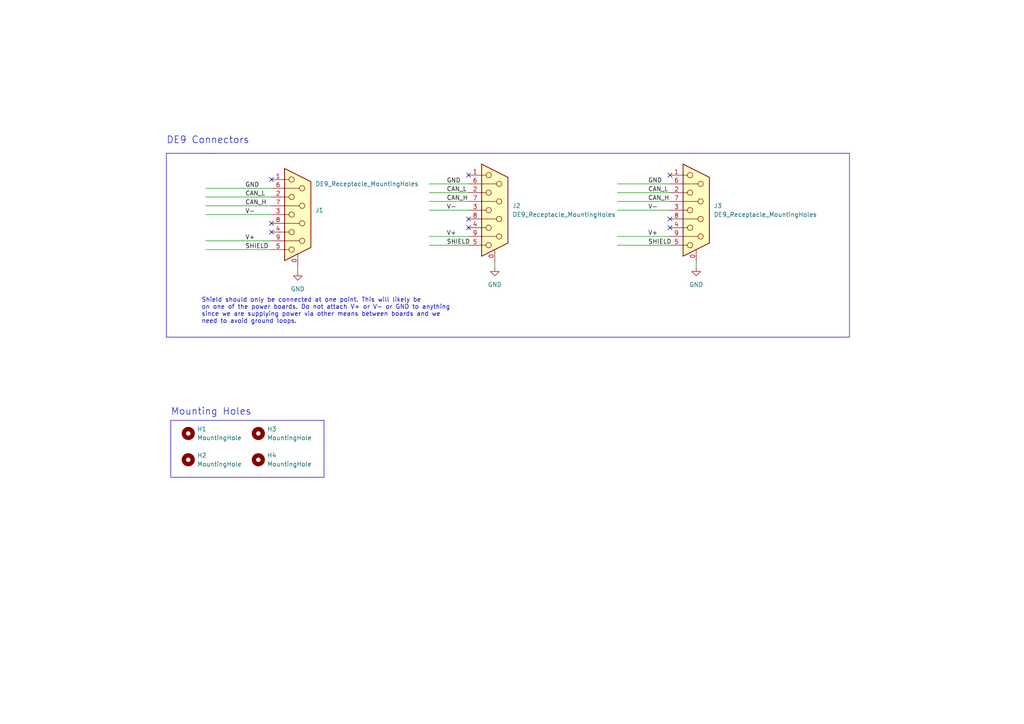
<source format=kicad_sch>
(kicad_sch (version 20230121) (generator eeschema)

  (uuid e5044918-d848-498d-9ee6-eaf453c7bb60)

  (paper "A4")

  (title_block
    (title "CAN Bus Breakout Board")
    (date "January 13, 2024")
    (company "Kaitlyn Chalupiak - ECOCAR")
  )

  (lib_symbols
    (symbol "Connector:DE9_Receptacle_MountingHoles" (pin_names (offset 1.016) hide) (in_bom yes) (on_board yes)
      (property "Reference" "J3" (at 5.08 1.27 0)
        (effects (font (size 1.27 1.27)) (justify left))
      )
      (property "Value" "DE9_Receptacle_MountingHoles" (at 5.08 -1.27 0)
        (effects (font (size 1.27 1.27)) (justify left))
      )
      (property "Footprint" "Connector_Dsub:DSUB-9_Female_Horizontal_P2.77x2.84mm_EdgePinOffset7.70mm_Housed_MountingHolesOffset9.12mm" (at 0 1.27 0)
        (effects (font (size 1.27 1.27)) hide)
      )
      (property "Datasheet" " ~" (at 0 0 0)
        (effects (font (size 1.27 1.27)) hide)
      )
      (property "ki_keywords" "connector receptacle female D-SUB DB9" (at 0 0 0)
        (effects (font (size 1.27 1.27)) hide)
      )
      (property "ki_description" "9-pin female receptacle socket D-SUB connector, Mounting Hole" (at 0 0 0)
        (effects (font (size 1.27 1.27)) hide)
      )
      (property "ki_fp_filters" "DSUB*Female*" (at 0 0 0)
        (effects (font (size 1.27 1.27)) hide)
      )
      (symbol "DE9_Receptacle_MountingHoles_0_1"
        (circle (center -1.778 -10.16) (radius 0.762)
          (stroke (width 0) (type default))
          (fill (type none))
        )
        (circle (center -1.778 -5.08) (radius 0.762)
          (stroke (width 0) (type default))
          (fill (type none))
        )
        (circle (center -1.778 0) (radius 0.762)
          (stroke (width 0) (type default))
          (fill (type none))
        )
        (circle (center -1.778 5.08) (radius 0.762)
          (stroke (width 0) (type default))
          (fill (type none))
        )
        (circle (center -1.778 10.16) (radius 0.762)
          (stroke (width 0) (type default))
          (fill (type none))
        )
        (polyline
          (pts
            (xy -3.81 -10.16)
            (xy -2.54 -10.16)
          )
          (stroke (width 0) (type default))
          (fill (type none))
        )
        (polyline
          (pts
            (xy -3.81 -7.62)
            (xy 0.508 -7.62)
          )
          (stroke (width 0) (type default))
          (fill (type none))
        )
        (polyline
          (pts
            (xy -3.81 -5.08)
            (xy -2.54 -5.08)
          )
          (stroke (width 0) (type default))
          (fill (type none))
        )
        (polyline
          (pts
            (xy -3.81 -2.54)
            (xy 0.508 -2.54)
          )
          (stroke (width 0) (type default))
          (fill (type none))
        )
        (polyline
          (pts
            (xy -3.81 0)
            (xy -2.54 0)
          )
          (stroke (width 0) (type default))
          (fill (type none))
        )
        (polyline
          (pts
            (xy -3.81 2.54)
            (xy 0.508 2.54)
          )
          (stroke (width 0) (type default))
          (fill (type none))
        )
        (polyline
          (pts
            (xy -3.81 5.08)
            (xy -2.54 5.08)
          )
          (stroke (width 0) (type default))
          (fill (type none))
        )
        (polyline
          (pts
            (xy -3.81 7.62)
            (xy 0.508 7.62)
          )
          (stroke (width 0) (type default))
          (fill (type none))
        )
        (polyline
          (pts
            (xy -3.81 10.16)
            (xy -2.54 10.16)
          )
          (stroke (width 0) (type default))
          (fill (type none))
        )
        (polyline
          (pts
            (xy -3.81 13.335)
            (xy -3.81 -13.335)
            (xy 3.81 -9.525)
            (xy 3.81 9.525)
            (xy -3.81 13.335)
          )
          (stroke (width 0.254) (type default))
          (fill (type background))
        )
        (circle (center 1.27 -7.62) (radius 0.762)
          (stroke (width 0) (type default))
          (fill (type none))
        )
        (circle (center 1.27 -2.54) (radius 0.762)
          (stroke (width 0) (type default))
          (fill (type none))
        )
        (circle (center 1.27 2.54) (radius 0.762)
          (stroke (width 0) (type default))
          (fill (type none))
        )
        (circle (center 1.27 7.62) (radius 0.762)
          (stroke (width 0) (type default))
          (fill (type none))
        )
      )
      (symbol "DE9_Receptacle_MountingHoles_1_1"
        (pin power_out line (at 0 -15.24 90) (length 3.81)
          (name "PAD" (effects (font (size 1.27 1.27))))
          (number "0" (effects (font (size 1.27 1.27))))
        )
        (pin passive line (at -7.62 10.16 0) (length 3.81)
          (name "1" (effects (font (size 1.27 1.27))))
          (number "1" (effects (font (size 1.27 1.27))))
        )
        (pin passive line (at -7.62 5.08 0) (length 3.81)
          (name "2" (effects (font (size 1.27 1.27))))
          (number "2" (effects (font (size 1.27 1.27))))
        )
        (pin passive line (at -7.62 0 0) (length 3.81)
          (name "3" (effects (font (size 1.27 1.27))))
          (number "3" (effects (font (size 1.27 1.27))))
        )
        (pin passive line (at -7.62 -5.08 0) (length 3.81)
          (name "4" (effects (font (size 1.27 1.27))))
          (number "4" (effects (font (size 1.27 1.27))))
        )
        (pin passive line (at -7.62 -10.16 0) (length 3.81)
          (name "5" (effects (font (size 1.27 1.27))))
          (number "5" (effects (font (size 1.27 1.27))))
        )
        (pin passive line (at -7.62 7.62 0) (length 3.81)
          (name "6" (effects (font (size 1.27 1.27))))
          (number "6" (effects (font (size 1.27 1.27))))
        )
        (pin passive line (at -7.62 2.54 0) (length 3.81)
          (name "7" (effects (font (size 1.27 1.27))))
          (number "7" (effects (font (size 1.27 1.27))))
        )
        (pin passive line (at -7.62 -2.54 0) (length 3.81)
          (name "8" (effects (font (size 1.27 1.27))))
          (number "8" (effects (font (size 1.27 1.27))))
        )
        (pin passive line (at -7.62 -7.62 0) (length 3.81)
          (name "9" (effects (font (size 1.27 1.27))))
          (number "9" (effects (font (size 1.27 1.27))))
        )
      )
    )
    (symbol "DE9_Receptacle_MountingHoles_1" (pin_names (offset 1.016) hide) (in_bom yes) (on_board yes)
      (property "Reference" "J1" (at 5.08 1.27 0)
        (effects (font (size 1.27 1.27)) (justify left))
      )
      (property "Value" "DE9_Receptacle_MountingHoles" (at 5.08 8.89 0)
        (effects (font (size 1.27 1.27)) (justify left))
      )
      (property "Footprint" "Connector_Dsub:DSUB-9_Female_Horizontal_P2.77x2.84mm_EdgePinOffset7.70mm_Housed_MountingHolesOffset9.12mm" (at 2.54 8.89 0)
        (effects (font (size 1.27 1.27)) hide)
      )
      (property "Datasheet" " ~" (at 0 0 0)
        (effects (font (size 1.27 1.27)) hide)
      )
      (property "ki_keywords" "connector receptacle female D-SUB DB9" (at 0 0 0)
        (effects (font (size 1.27 1.27)) hide)
      )
      (property "ki_description" "9-pin female receptacle socket D-SUB connector, Mounting Hole" (at 0 0 0)
        (effects (font (size 1.27 1.27)) hide)
      )
      (property "ki_fp_filters" "DSUB*Female*" (at 0 0 0)
        (effects (font (size 1.27 1.27)) hide)
      )
      (symbol "DE9_Receptacle_MountingHoles_1_0_1"
        (circle (center -1.778 -10.16) (radius 0.762)
          (stroke (width 0) (type default))
          (fill (type none))
        )
        (circle (center -1.778 -5.08) (radius 0.762)
          (stroke (width 0) (type default))
          (fill (type none))
        )
        (circle (center -1.778 0) (radius 0.762)
          (stroke (width 0) (type default))
          (fill (type none))
        )
        (circle (center -1.778 5.08) (radius 0.762)
          (stroke (width 0) (type default))
          (fill (type none))
        )
        (circle (center -1.778 10.16) (radius 0.762)
          (stroke (width 0) (type default))
          (fill (type none))
        )
        (polyline
          (pts
            (xy -3.81 -10.16)
            (xy -2.54 -10.16)
          )
          (stroke (width 0) (type default))
          (fill (type none))
        )
        (polyline
          (pts
            (xy -3.81 -7.62)
            (xy 0.508 -7.62)
          )
          (stroke (width 0) (type default))
          (fill (type none))
        )
        (polyline
          (pts
            (xy -3.81 -5.08)
            (xy -2.54 -5.08)
          )
          (stroke (width 0) (type default))
          (fill (type none))
        )
        (polyline
          (pts
            (xy -3.81 -2.54)
            (xy 0.508 -2.54)
          )
          (stroke (width 0) (type default))
          (fill (type none))
        )
        (polyline
          (pts
            (xy -3.81 0)
            (xy -2.54 0)
          )
          (stroke (width 0) (type default))
          (fill (type none))
        )
        (polyline
          (pts
            (xy -3.81 2.54)
            (xy 0.508 2.54)
          )
          (stroke (width 0) (type default))
          (fill (type none))
        )
        (polyline
          (pts
            (xy -3.81 5.08)
            (xy -2.54 5.08)
          )
          (stroke (width 0) (type default))
          (fill (type none))
        )
        (polyline
          (pts
            (xy -3.81 7.62)
            (xy 0.508 7.62)
          )
          (stroke (width 0) (type default))
          (fill (type none))
        )
        (polyline
          (pts
            (xy -3.81 10.16)
            (xy -2.54 10.16)
          )
          (stroke (width 0) (type default))
          (fill (type none))
        )
        (polyline
          (pts
            (xy -3.81 13.335)
            (xy -3.81 -13.335)
            (xy 3.81 -9.525)
            (xy 3.81 9.525)
            (xy -3.81 13.335)
          )
          (stroke (width 0.254) (type default))
          (fill (type background))
        )
        (circle (center 1.27 -7.62) (radius 0.762)
          (stroke (width 0) (type default))
          (fill (type none))
        )
        (circle (center 1.27 -2.54) (radius 0.762)
          (stroke (width 0) (type default))
          (fill (type none))
        )
        (circle (center 1.27 2.54) (radius 0.762)
          (stroke (width 0) (type default))
          (fill (type none))
        )
        (circle (center 1.27 7.62) (radius 0.762)
          (stroke (width 0) (type default))
          (fill (type none))
        )
      )
      (symbol "DE9_Receptacle_MountingHoles_1_1_1"
        (pin power_out line (at 0 -15.24 90) (length 3.81)
          (name "PAD" (effects (font (size 1.27 1.27))))
          (number "0" (effects (font (size 1.27 1.27))))
        )
        (pin passive line (at -7.62 10.16 0) (length 3.81)
          (name "1" (effects (font (size 1.27 1.27))))
          (number "1" (effects (font (size 1.27 1.27))))
        )
        (pin passive line (at -7.62 5.08 0) (length 3.81)
          (name "2" (effects (font (size 1.27 1.27))))
          (number "2" (effects (font (size 1.27 1.27))))
        )
        (pin passive line (at -7.62 0 0) (length 3.81)
          (name "3" (effects (font (size 1.27 1.27))))
          (number "3" (effects (font (size 1.27 1.27))))
        )
        (pin passive line (at -7.62 -5.08 0) (length 3.81)
          (name "4" (effects (font (size 1.27 1.27))))
          (number "4" (effects (font (size 1.27 1.27))))
        )
        (pin passive line (at -7.62 -10.16 0) (length 3.81)
          (name "5" (effects (font (size 1.27 1.27))))
          (number "5" (effects (font (size 1.27 1.27))))
        )
        (pin passive line (at -7.62 7.62 0) (length 3.81)
          (name "6" (effects (font (size 1.27 1.27))))
          (number "6" (effects (font (size 1.27 1.27))))
        )
        (pin passive line (at -7.62 2.54 0) (length 3.81)
          (name "7" (effects (font (size 1.27 1.27))))
          (number "7" (effects (font (size 1.27 1.27))))
        )
        (pin passive line (at -7.62 -2.54 0) (length 3.81)
          (name "8" (effects (font (size 1.27 1.27))))
          (number "8" (effects (font (size 1.27 1.27))))
        )
        (pin passive line (at -7.62 -7.62 0) (length 3.81)
          (name "9" (effects (font (size 1.27 1.27))))
          (number "9" (effects (font (size 1.27 1.27))))
        )
      )
    )
    (symbol "DE9_Receptacle_MountingHoles_2" (pin_names (offset 1.016) hide) (in_bom yes) (on_board yes)
      (property "Reference" "J2" (at 5.08 1.27 0)
        (effects (font (size 1.27 1.27)) (justify left))
      )
      (property "Value" "DE9_Receptacle_MountingHoles" (at 5.08 -1.27 0)
        (effects (font (size 1.27 1.27)) (justify left))
      )
      (property "Footprint" "Connector_Dsub:DSUB-9_Female_Horizontal_P2.77x2.84mm_EdgePinOffset7.70mm_Housed_MountingHolesOffset9.12mm" (at -1.27 6.35 0)
        (effects (font (size 1.27 1.27)) hide)
      )
      (property "Datasheet" " ~" (at 0 0 0)
        (effects (font (size 1.27 1.27)) hide)
      )
      (property "ki_keywords" "connector receptacle female D-SUB DB9" (at 0 0 0)
        (effects (font (size 1.27 1.27)) hide)
      )
      (property "ki_description" "9-pin female receptacle socket D-SUB connector, Mounting Hole" (at 0 0 0)
        (effects (font (size 1.27 1.27)) hide)
      )
      (property "ki_fp_filters" "DSUB*Female*" (at 0 0 0)
        (effects (font (size 1.27 1.27)) hide)
      )
      (symbol "DE9_Receptacle_MountingHoles_2_0_1"
        (circle (center -1.778 -10.16) (radius 0.762)
          (stroke (width 0) (type default))
          (fill (type none))
        )
        (circle (center -1.778 -5.08) (radius 0.762)
          (stroke (width 0) (type default))
          (fill (type none))
        )
        (circle (center -1.778 0) (radius 0.762)
          (stroke (width 0) (type default))
          (fill (type none))
        )
        (circle (center -1.778 5.08) (radius 0.762)
          (stroke (width 0) (type default))
          (fill (type none))
        )
        (circle (center -1.778 10.16) (radius 0.762)
          (stroke (width 0) (type default))
          (fill (type none))
        )
        (polyline
          (pts
            (xy -3.81 -10.16)
            (xy -2.54 -10.16)
          )
          (stroke (width 0) (type default))
          (fill (type none))
        )
        (polyline
          (pts
            (xy -3.81 -7.62)
            (xy 0.508 -7.62)
          )
          (stroke (width 0) (type default))
          (fill (type none))
        )
        (polyline
          (pts
            (xy -3.81 -5.08)
            (xy -2.54 -5.08)
          )
          (stroke (width 0) (type default))
          (fill (type none))
        )
        (polyline
          (pts
            (xy -3.81 -2.54)
            (xy 0.508 -2.54)
          )
          (stroke (width 0) (type default))
          (fill (type none))
        )
        (polyline
          (pts
            (xy -3.81 0)
            (xy -2.54 0)
          )
          (stroke (width 0) (type default))
          (fill (type none))
        )
        (polyline
          (pts
            (xy -3.81 2.54)
            (xy 0.508 2.54)
          )
          (stroke (width 0) (type default))
          (fill (type none))
        )
        (polyline
          (pts
            (xy -3.81 5.08)
            (xy -2.54 5.08)
          )
          (stroke (width 0) (type default))
          (fill (type none))
        )
        (polyline
          (pts
            (xy -3.81 7.62)
            (xy 0.508 7.62)
          )
          (stroke (width 0) (type default))
          (fill (type none))
        )
        (polyline
          (pts
            (xy -3.81 10.16)
            (xy -2.54 10.16)
          )
          (stroke (width 0) (type default))
          (fill (type none))
        )
        (polyline
          (pts
            (xy -3.81 13.335)
            (xy -3.81 -13.335)
            (xy 3.81 -9.525)
            (xy 3.81 9.525)
            (xy -3.81 13.335)
          )
          (stroke (width 0.254) (type default))
          (fill (type background))
        )
        (circle (center 1.27 -7.62) (radius 0.762)
          (stroke (width 0) (type default))
          (fill (type none))
        )
        (circle (center 1.27 -2.54) (radius 0.762)
          (stroke (width 0) (type default))
          (fill (type none))
        )
        (circle (center 1.27 2.54) (radius 0.762)
          (stroke (width 0) (type default))
          (fill (type none))
        )
        (circle (center 1.27 7.62) (radius 0.762)
          (stroke (width 0) (type default))
          (fill (type none))
        )
      )
      (symbol "DE9_Receptacle_MountingHoles_2_1_1"
        (pin power_out line (at 0 -15.24 90) (length 3.81)
          (name "PAD" (effects (font (size 1.27 1.27))))
          (number "0" (effects (font (size 1.27 1.27))))
        )
        (pin passive line (at -7.62 10.16 0) (length 3.81)
          (name "1" (effects (font (size 1.27 1.27))))
          (number "1" (effects (font (size 1.27 1.27))))
        )
        (pin passive line (at -7.62 5.08 0) (length 3.81)
          (name "2" (effects (font (size 1.27 1.27))))
          (number "2" (effects (font (size 1.27 1.27))))
        )
        (pin passive line (at -7.62 0 0) (length 3.81)
          (name "3" (effects (font (size 1.27 1.27))))
          (number "3" (effects (font (size 1.27 1.27))))
        )
        (pin passive line (at -7.62 -5.08 0) (length 3.81)
          (name "4" (effects (font (size 1.27 1.27))))
          (number "4" (effects (font (size 1.27 1.27))))
        )
        (pin passive line (at -7.62 -10.16 0) (length 3.81)
          (name "5" (effects (font (size 1.27 1.27))))
          (number "5" (effects (font (size 1.27 1.27))))
        )
        (pin passive line (at -7.62 7.62 0) (length 3.81)
          (name "6" (effects (font (size 1.27 1.27))))
          (number "6" (effects (font (size 1.27 1.27))))
        )
        (pin passive line (at -7.62 2.54 0) (length 3.81)
          (name "7" (effects (font (size 1.27 1.27))))
          (number "7" (effects (font (size 1.27 1.27))))
        )
        (pin passive line (at -7.62 -2.54 0) (length 3.81)
          (name "8" (effects (font (size 1.27 1.27))))
          (number "8" (effects (font (size 1.27 1.27))))
        )
        (pin passive line (at -7.62 -7.62 0) (length 3.81)
          (name "9" (effects (font (size 1.27 1.27))))
          (number "9" (effects (font (size 1.27 1.27))))
        )
      )
    )
    (symbol "Mechanical:MountingHole" (pin_names (offset 1.016)) (in_bom yes) (on_board yes)
      (property "Reference" "H" (at 0 5.08 0)
        (effects (font (size 1.27 1.27)))
      )
      (property "Value" "MountingHole" (at 0 3.175 0)
        (effects (font (size 1.27 1.27)))
      )
      (property "Footprint" "" (at 0 0 0)
        (effects (font (size 1.27 1.27)) hide)
      )
      (property "Datasheet" "~" (at 0 0 0)
        (effects (font (size 1.27 1.27)) hide)
      )
      (property "ki_keywords" "mounting hole" (at 0 0 0)
        (effects (font (size 1.27 1.27)) hide)
      )
      (property "ki_description" "Mounting Hole without connection" (at 0 0 0)
        (effects (font (size 1.27 1.27)) hide)
      )
      (property "ki_fp_filters" "MountingHole*" (at 0 0 0)
        (effects (font (size 1.27 1.27)) hide)
      )
      (symbol "MountingHole_0_1"
        (circle (center 0 0) (radius 1.27)
          (stroke (width 1.27) (type default))
          (fill (type none))
        )
      )
    )
    (symbol "power:GND" (power) (pin_names (offset 0)) (in_bom yes) (on_board yes)
      (property "Reference" "#PWR" (at 0 -6.35 0)
        (effects (font (size 1.27 1.27)) hide)
      )
      (property "Value" "GND" (at 0 -3.81 0)
        (effects (font (size 1.27 1.27)))
      )
      (property "Footprint" "" (at 0 0 0)
        (effects (font (size 1.27 1.27)) hide)
      )
      (property "Datasheet" "" (at 0 0 0)
        (effects (font (size 1.27 1.27)) hide)
      )
      (property "ki_keywords" "global power" (at 0 0 0)
        (effects (font (size 1.27 1.27)) hide)
      )
      (property "ki_description" "Power symbol creates a global label with name \"GND\" , ground" (at 0 0 0)
        (effects (font (size 1.27 1.27)) hide)
      )
      (symbol "GND_0_1"
        (polyline
          (pts
            (xy 0 0)
            (xy 0 -1.27)
            (xy 1.27 -1.27)
            (xy 0 -2.54)
            (xy -1.27 -1.27)
            (xy 0 -1.27)
          )
          (stroke (width 0) (type default))
          (fill (type none))
        )
      )
      (symbol "GND_1_1"
        (pin power_in line (at 0 0 270) (length 0) hide
          (name "GND" (effects (font (size 1.27 1.27))))
          (number "1" (effects (font (size 1.27 1.27))))
        )
      )
    )
  )


  (no_connect (at 135.89 63.5) (uuid 47b58d07-c81e-410b-a408-f327af1f95e0))
  (no_connect (at 78.74 52.07) (uuid 56d052d3-848e-4cf6-8efa-8d58a0101bbc))
  (no_connect (at 135.89 66.04) (uuid 5fd66a60-bc71-4ccb-8c63-df7f7f30f889))
  (no_connect (at 78.74 67.31) (uuid 67d2318d-22bf-454d-9989-f0109629bd4d))
  (no_connect (at 78.74 64.77) (uuid 991daec3-9fef-43f7-9b3f-61ed4069cb2a))
  (no_connect (at 194.31 50.8) (uuid c38a6c50-65c3-4872-920a-39b31692107f))
  (no_connect (at 135.89 50.8) (uuid c9e61ff3-5cca-4cf9-991f-9db97b373fe9))
  (no_connect (at 194.31 63.5) (uuid ce296b44-7760-4422-a95c-e5983f906215))
  (no_connect (at 194.31 66.04) (uuid d26b9d3c-11cc-4db1-b67e-30b9ad13e1ac))

  (polyline (pts (xy 59.69 44.45) (xy 246.38 44.45))
    (stroke (width 0) (type default))
    (uuid 104ee21d-2b17-4974-aa85-725baecca23d)
  )

  (wire (pts (xy 179.07 53.34) (xy 194.31 53.34))
    (stroke (width 0) (type default))
    (uuid 13135a19-d2b9-4e32-9a7b-2da3d61771b9)
  )
  (polyline (pts (xy 48.26 44.45) (xy 62.23 44.45))
    (stroke (width 0) (type default))
    (uuid 1a695e04-8a04-40ee-b576-fd225dbf330e)
  )

  (wire (pts (xy 59.69 57.15) (xy 78.74 57.15))
    (stroke (width 0) (type default))
    (uuid 1afbbc8a-9cc5-4dbb-8339-bccf7dbc9796)
  )
  (wire (pts (xy 59.69 72.39) (xy 78.74 72.39))
    (stroke (width 0) (type default))
    (uuid 24d6a6e1-ce45-4fcd-b617-da009d0fe5cd)
  )
  (wire (pts (xy 124.46 55.88) (xy 135.89 55.88))
    (stroke (width 0) (type default))
    (uuid 3da8c239-8bb8-436f-bd71-024e8e422998)
  )
  (wire (pts (xy 59.69 54.61) (xy 78.74 54.61))
    (stroke (width 0) (type default))
    (uuid 4d2b3fbd-177f-43b3-9338-30aba9683b6f)
  )
  (wire (pts (xy 179.07 58.42) (xy 194.31 58.42))
    (stroke (width 0) (type default))
    (uuid 55963af5-9412-47d7-ae98-1f209c074ab3)
  )
  (wire (pts (xy 143.51 76.2) (xy 143.51 77.47))
    (stroke (width 0) (type default))
    (uuid 5f7b92f7-9834-47cc-986b-60fc07a63314)
  )
  (wire (pts (xy 59.69 59.69) (xy 78.74 59.69))
    (stroke (width 0) (type default))
    (uuid 65c4316c-af7f-4b8c-af89-a41db1bcf504)
  )
  (wire (pts (xy 179.07 71.12) (xy 194.31 71.12))
    (stroke (width 0) (type default))
    (uuid 73b6c7d1-f580-4e5e-af1e-e9015a240339)
  )
  (polyline (pts (xy 93.98 138.43) (xy 49.53 138.43))
    (stroke (width 0) (type default))
    (uuid 8a4d404e-79c3-400a-8e7f-4d4324430a9f)
  )
  (polyline (pts (xy 246.38 44.45) (xy 246.38 97.79))
    (stroke (width 0) (type default))
    (uuid 8bedecf1-e753-49ac-a61d-e2fbaf7119ea)
  )

  (wire (pts (xy 201.93 76.2) (xy 201.93 77.47))
    (stroke (width 0) (type default))
    (uuid 8e51014c-398d-44f7-ad5a-9c3f19ae5d6d)
  )
  (polyline (pts (xy 48.26 97.79) (xy 48.26 44.45))
    (stroke (width 0) (type default))
    (uuid 9894b24f-28a4-4961-ad22-a20d2023b888)
  )

  (wire (pts (xy 59.69 69.85) (xy 78.74 69.85))
    (stroke (width 0) (type default))
    (uuid a072387c-348b-47b2-a764-09994264af6b)
  )
  (polyline (pts (xy 93.98 121.92) (xy 93.98 138.43))
    (stroke (width 0) (type default))
    (uuid ac10600b-92ae-45dc-b891-60299f8c6fc6)
  )

  (wire (pts (xy 59.69 62.23) (xy 78.74 62.23))
    (stroke (width 0) (type default))
    (uuid b5f3790a-ed4b-4723-b988-30dac9c1219c)
  )
  (wire (pts (xy 124.46 68.58) (xy 135.89 68.58))
    (stroke (width 0) (type default))
    (uuid c9439ec5-5f13-44d1-907f-f447bddea406)
  )
  (polyline (pts (xy 246.38 97.79) (xy 48.26 97.79))
    (stroke (width 0) (type default))
    (uuid cd605889-07a1-42de-a608-978c26bebcea)
  )

  (wire (pts (xy 179.07 68.58) (xy 194.31 68.58))
    (stroke (width 0) (type default))
    (uuid d0a0ca4e-1b01-4db8-b504-d7bdba996190)
  )
  (wire (pts (xy 179.07 55.88) (xy 194.31 55.88))
    (stroke (width 0) (type default))
    (uuid d37fcaf6-605c-4fde-a220-9ebeaf2579cc)
  )
  (polyline (pts (xy 49.53 121.92) (xy 49.53 138.43))
    (stroke (width 0) (type default))
    (uuid d4e2398f-9099-4bc3-9a11-db63d4e544ad)
  )

  (wire (pts (xy 124.46 58.42) (xy 135.89 58.42))
    (stroke (width 0) (type default))
    (uuid ddc05e1e-ad37-42de-9ef6-8884673cecb8)
  )
  (wire (pts (xy 179.07 60.96) (xy 194.31 60.96))
    (stroke (width 0) (type default))
    (uuid ddc92338-0d13-4121-b493-94aaf5a19ac7)
  )
  (polyline (pts (xy 49.53 121.92) (xy 93.98 121.92))
    (stroke (width 0) (type default))
    (uuid e2f02021-7505-4a04-9ed8-7d8211110ab4)
  )

  (wire (pts (xy 124.46 71.12) (xy 135.89 71.12))
    (stroke (width 0) (type default))
    (uuid e4201d83-2874-4e54-ab0e-79152215182f)
  )
  (wire (pts (xy 86.36 77.47) (xy 86.36 78.74))
    (stroke (width 0) (type default))
    (uuid e9325f95-7ea8-40f7-bb23-1fbf9e692b4a)
  )
  (wire (pts (xy 124.46 53.34) (xy 135.89 53.34))
    (stroke (width 0) (type default))
    (uuid f2a580eb-06a2-44ff-81c2-ac02906c1d33)
  )
  (wire (pts (xy 124.46 60.96) (xy 135.89 60.96))
    (stroke (width 0) (type default))
    (uuid f7bd91a3-ef83-4f9d-8a54-513f8eea5de8)
  )

  (text "Mounting Holes" (at 49.53 120.65 0)
    (effects (font (size 2 2)) (justify left bottom))
    (uuid 29939de8-1916-4885-a2e3-d796945e9eb2)
  )
  (text "Shield should only be connected at one point. This will likely be \non one of the power boards. Do not attach V+ or V- or GND to anything \nsince we are supplying power via other means between boards and we \nneed to avoid ground loops."
    (at 58.42 93.98 0)
    (effects (font (size 1.27 1.27)) (justify left bottom))
    (uuid 5e2f7861-984e-48d6-ac44-31055f653daf)
  )
  (text "DE9 Connectors" (at 48.26 41.91 0)
    (effects (font (size 2 2)) (justify left bottom))
    (uuid 871bde8a-9185-4104-8f83-4ade7b9835a9)
  )

  (label "CAN_H" (at 71.12 59.69 0) (fields_autoplaced)
    (effects (font (size 1.27 1.27)) (justify left bottom))
    (uuid 28cb5d17-49b5-4c27-8ebe-3072ee0035e0)
  )
  (label "GND" (at 71.12 54.61 0) (fields_autoplaced)
    (effects (font (size 1.27 1.27)) (justify left bottom))
    (uuid 3105cab3-63a4-451b-8d8f-371e44e92b84)
  )
  (label "V+" (at 71.12 69.85 0) (fields_autoplaced)
    (effects (font (size 1.27 1.27)) (justify left bottom))
    (uuid 39b97861-1b01-4237-a207-9243175c0c29)
  )
  (label "V-" (at 187.96 60.96 0) (fields_autoplaced)
    (effects (font (size 1.27 1.27)) (justify left bottom))
    (uuid 4a11aadb-e45b-4074-8d46-129c3f2fa181)
  )
  (label "V-" (at 129.54 60.96 0) (fields_autoplaced)
    (effects (font (size 1.27 1.27)) (justify left bottom))
    (uuid 78799a13-3f1d-4235-9d26-bd9653943c41)
  )
  (label "V-" (at 71.12 62.23 0) (fields_autoplaced)
    (effects (font (size 1.27 1.27)) (justify left bottom))
    (uuid 8a00c1e6-3680-4884-84cb-3ce31227e639)
  )
  (label "V+" (at 187.96 68.58 0) (fields_autoplaced)
    (effects (font (size 1.27 1.27)) (justify left bottom))
    (uuid a13c63e8-9c19-450d-a73f-d5b41cd57af5)
  )
  (label "CAN_H" (at 187.96 58.42 0) (fields_autoplaced)
    (effects (font (size 1.27 1.27)) (justify left bottom))
    (uuid a249f14e-0485-4022-bda1-c6995d89b482)
  )
  (label "V+" (at 129.54 68.58 0) (fields_autoplaced)
    (effects (font (size 1.27 1.27)) (justify left bottom))
    (uuid af9f1396-181c-4abd-ad21-7f4fe43d6c6c)
  )
  (label "SHIELD" (at 129.54 71.12 0) (fields_autoplaced)
    (effects (font (size 1.27 1.27)) (justify left bottom))
    (uuid b2b3c6a9-ce51-479c-a7dc-eaf05e529ba4)
  )
  (label "SHIELD" (at 187.96 71.12 0) (fields_autoplaced)
    (effects (font (size 1.27 1.27)) (justify left bottom))
    (uuid ba5a29d8-42e4-4548-82c5-dc6ab1407680)
  )
  (label "CAN_H" (at 129.54 58.42 0) (fields_autoplaced)
    (effects (font (size 1.27 1.27)) (justify left bottom))
    (uuid c2bcea6d-1fd7-4073-ac2f-18e837b9d670)
  )
  (label "SHIELD" (at 71.12 72.39 0) (fields_autoplaced)
    (effects (font (size 1.27 1.27)) (justify left bottom))
    (uuid d8d5f0fa-3c48-4567-8958-4b015369336a)
  )
  (label "CAN_L" (at 187.96 55.88 0) (fields_autoplaced)
    (effects (font (size 1.27 1.27)) (justify left bottom))
    (uuid d9f9b63a-dd1a-4a13-af5c-25d9ddb446ce)
  )
  (label "GND" (at 187.96 53.34 0) (fields_autoplaced)
    (effects (font (size 1.27 1.27)) (justify left bottom))
    (uuid dc4cfbfd-de25-4870-bc06-a77756387fec)
  )
  (label "CAN_L" (at 71.12 57.15 0) (fields_autoplaced)
    (effects (font (size 1.27 1.27)) (justify left bottom))
    (uuid deb03fa1-0b4f-40f5-b453-112220cfa72f)
  )
  (label "CAN_L" (at 129.54 55.88 0) (fields_autoplaced)
    (effects (font (size 1.27 1.27)) (justify left bottom))
    (uuid f413c08f-d205-4821-9b1c-918fbb4b881a)
  )
  (label "GND" (at 129.54 53.34 0) (fields_autoplaced)
    (effects (font (size 1.27 1.27)) (justify left bottom))
    (uuid fe52064d-247b-47fe-8a71-588c2bac6ac9)
  )

  (symbol (lib_id "power:GND") (at 143.51 77.47 0) (unit 1)
    (in_bom yes) (on_board yes) (dnp no) (fields_autoplaced)
    (uuid 12939d0b-e796-4a04-89f8-bd7156e54a98)
    (property "Reference" "#PWR02" (at 143.51 83.82 0)
      (effects (font (size 1.27 1.27)) hide)
    )
    (property "Value" "GND" (at 143.51 82.55 0)
      (effects (font (size 1.27 1.27)))
    )
    (property "Footprint" "" (at 143.51 77.47 0)
      (effects (font (size 1.27 1.27)) hide)
    )
    (property "Datasheet" "" (at 143.51 77.47 0)
      (effects (font (size 1.27 1.27)) hide)
    )
    (pin "1" (uuid 93918752-28fd-41ba-8d6b-40d0416fd154))
    (instances
      (project "CANBUS Breakout Board"
        (path "/e5044918-d848-498d-9ee6-eaf453c7bb60"
          (reference "#PWR02") (unit 1)
        )
      )
    )
  )

  (symbol (lib_id "Mechanical:MountingHole") (at 74.93 133.35 0) (unit 1)
    (in_bom yes) (on_board yes) (dnp no) (fields_autoplaced)
    (uuid 2e7ff474-fd87-47c6-aa50-8c0803d5ee41)
    (property "Reference" "H4" (at 77.47 132.08 0)
      (effects (font (size 1.27 1.27)) (justify left))
    )
    (property "Value" "MountingHole" (at 77.47 134.62 0)
      (effects (font (size 1.27 1.27)) (justify left))
    )
    (property "Footprint" "MountingHole:MountingHole_2.2mm_M2" (at 74.93 133.35 0)
      (effects (font (size 1.27 1.27)) hide)
    )
    (property "Datasheet" "~" (at 74.93 133.35 0)
      (effects (font (size 1.27 1.27)) hide)
    )
    (instances
      (project "CANBUS Breakout Board"
        (path "/e5044918-d848-498d-9ee6-eaf453c7bb60"
          (reference "H4") (unit 1)
        )
      )
    )
  )

  (symbol (lib_name "DE9_Receptacle_MountingHoles_2") (lib_id "Connector:DE9_Receptacle_MountingHoles") (at 143.51 60.96 0) (unit 1)
    (in_bom yes) (on_board yes) (dnp no) (fields_autoplaced)
    (uuid 37ebb690-7a0b-4fee-96a1-b4e7565aabcf)
    (property "Reference" "J2" (at 148.59 59.69 0)
      (effects (font (size 1.27 1.27)) (justify left))
    )
    (property "Value" "DE9_Receptacle_MountingHoles" (at 148.59 62.23 0)
      (effects (font (size 1.27 1.27)) (justify left))
    )
    (property "Footprint" "Connector_Dsub:DSUB-9_Female_Vertical_P2.77x2.84mm_MountingHoles" (at 142.24 54.61 0)
      (effects (font (size 1.27 1.27)) hide)
    )
    (property "Datasheet" " ~" (at 143.51 60.96 0)
      (effects (font (size 1.27 1.27)) hide)
    )
    (pin "7" (uuid 0db37916-b4c9-4a95-becf-897f40d61987))
    (pin "8" (uuid be292af6-b6e2-4080-a69e-029f6d9aef8c))
    (pin "3" (uuid 296c4db7-cc98-46b9-a467-cb5d77ebf62a))
    (pin "9" (uuid ce5f213a-634c-434e-b4ff-8e19403645e0))
    (pin "2" (uuid b83dc7bd-a328-4a22-8b94-41b761fe755a))
    (pin "5" (uuid 9c53127e-9eba-46e0-ac75-48e26c01ccd0))
    (pin "4" (uuid 927e981d-9012-4a30-a7b3-ff757af0f8c4))
    (pin "6" (uuid c000b1b2-1653-43f8-bf01-910e516b5e97))
    (pin "0" (uuid ade9072e-07d9-4dc2-a848-c12da009f9cc))
    (pin "1" (uuid 52f04e39-5797-4524-9033-f50d992251e2))
    (instances
      (project "CANBUS Breakout Board"
        (path "/e5044918-d848-498d-9ee6-eaf453c7bb60"
          (reference "J2") (unit 1)
        )
      )
    )
  )

  (symbol (lib_id "Mechanical:MountingHole") (at 74.93 125.73 0) (unit 1)
    (in_bom yes) (on_board yes) (dnp no) (fields_autoplaced)
    (uuid 5783b08d-908c-4ecb-8833-08c3a8d2b0d8)
    (property "Reference" "H3" (at 77.47 124.46 0)
      (effects (font (size 1.27 1.27)) (justify left))
    )
    (property "Value" "MountingHole" (at 77.47 127 0)
      (effects (font (size 1.27 1.27)) (justify left))
    )
    (property "Footprint" "MountingHole:MountingHole_2.2mm_M2" (at 74.93 125.73 0)
      (effects (font (size 1.27 1.27)) hide)
    )
    (property "Datasheet" "~" (at 74.93 125.73 0)
      (effects (font (size 1.27 1.27)) hide)
    )
    (instances
      (project "CANBUS Breakout Board"
        (path "/e5044918-d848-498d-9ee6-eaf453c7bb60"
          (reference "H3") (unit 1)
        )
      )
    )
  )

  (symbol (lib_id "Mechanical:MountingHole") (at 54.61 133.35 0) (unit 1)
    (in_bom yes) (on_board yes) (dnp no) (fields_autoplaced)
    (uuid 84c7374e-d5b7-4bcf-b499-9df5031d163b)
    (property "Reference" "H2" (at 57.15 132.08 0)
      (effects (font (size 1.27 1.27)) (justify left))
    )
    (property "Value" "MountingHole" (at 57.15 134.62 0)
      (effects (font (size 1.27 1.27)) (justify left))
    )
    (property "Footprint" "MountingHole:MountingHole_2.2mm_M2" (at 54.61 133.35 0)
      (effects (font (size 1.27 1.27)) hide)
    )
    (property "Datasheet" "~" (at 54.61 133.35 0)
      (effects (font (size 1.27 1.27)) hide)
    )
    (instances
      (project "CANBUS Breakout Board"
        (path "/e5044918-d848-498d-9ee6-eaf453c7bb60"
          (reference "H2") (unit 1)
        )
      )
    )
  )

  (symbol (lib_id "power:GND") (at 201.93 77.47 0) (unit 1)
    (in_bom yes) (on_board yes) (dnp no) (fields_autoplaced)
    (uuid b0f4f72d-ee21-4a02-a47b-8bbd3c853d20)
    (property "Reference" "#PWR03" (at 201.93 83.82 0)
      (effects (font (size 1.27 1.27)) hide)
    )
    (property "Value" "GND" (at 201.93 82.55 0)
      (effects (font (size 1.27 1.27)))
    )
    (property "Footprint" "" (at 201.93 77.47 0)
      (effects (font (size 1.27 1.27)) hide)
    )
    (property "Datasheet" "" (at 201.93 77.47 0)
      (effects (font (size 1.27 1.27)) hide)
    )
    (pin "1" (uuid a04129bc-9bc1-4c6b-a764-ee48ef53deac))
    (instances
      (project "CANBUS Breakout Board"
        (path "/e5044918-d848-498d-9ee6-eaf453c7bb60"
          (reference "#PWR03") (unit 1)
        )
      )
    )
  )

  (symbol (lib_id "Connector:DE9_Receptacle_MountingHoles") (at 201.93 60.96 0) (unit 1)
    (in_bom yes) (on_board yes) (dnp no) (fields_autoplaced)
    (uuid cb7b9b3b-c119-4df7-8d4b-be72240fc4d0)
    (property "Reference" "J3" (at 207.01 59.69 0)
      (effects (font (size 1.27 1.27)) (justify left))
    )
    (property "Value" "DE9_Receptacle_MountingHoles" (at 207.01 62.23 0)
      (effects (font (size 1.27 1.27)) (justify left))
    )
    (property "Footprint" "Connector_Dsub:DSUB-9_Female_Vertical_P2.77x2.84mm_MountingHoles" (at 201.93 59.69 0)
      (effects (font (size 1.27 1.27)) hide)
    )
    (property "Datasheet" " ~" (at 201.93 60.96 0)
      (effects (font (size 1.27 1.27)) hide)
    )
    (pin "7" (uuid 72eeefec-3d22-49ce-bff2-d4fb39c9b258))
    (pin "8" (uuid 2cf8895e-e9ae-4b97-a596-24463e842bc0))
    (pin "3" (uuid ee32ba0f-5ee2-4b51-bc60-4d2663400574))
    (pin "9" (uuid 1e6b03e1-3249-426d-80d1-976ddb024296))
    (pin "2" (uuid 4628c0c1-d28a-4b00-a12c-e55138315032))
    (pin "5" (uuid 4cbb70db-bff3-4b93-91e8-c3746149f56c))
    (pin "4" (uuid 88bd5f28-a116-4e90-b96e-68719319a23f))
    (pin "6" (uuid 398ed25b-8ffd-49d3-afa6-61dcd997e0ca))
    (pin "0" (uuid 816869a7-f96e-4870-8c9d-ff895379050f))
    (pin "1" (uuid 72352782-097b-4a7d-a35c-37a53164a533))
    (instances
      (project "CANBUS Breakout Board"
        (path "/e5044918-d848-498d-9ee6-eaf453c7bb60"
          (reference "J3") (unit 1)
        )
      )
    )
  )

  (symbol (lib_id "Mechanical:MountingHole") (at 54.61 125.73 0) (unit 1)
    (in_bom yes) (on_board yes) (dnp no) (fields_autoplaced)
    (uuid e921f640-cc1a-4829-a85d-00374300b3fd)
    (property "Reference" "H1" (at 57.15 124.46 0)
      (effects (font (size 1.27 1.27)) (justify left))
    )
    (property "Value" "MountingHole" (at 57.15 127 0)
      (effects (font (size 1.27 1.27)) (justify left))
    )
    (property "Footprint" "MountingHole:MountingHole_2.2mm_M2" (at 54.61 125.73 0)
      (effects (font (size 1.27 1.27)) hide)
    )
    (property "Datasheet" "~" (at 54.61 125.73 0)
      (effects (font (size 1.27 1.27)) hide)
    )
    (instances
      (project "CANBUS Breakout Board"
        (path "/e5044918-d848-498d-9ee6-eaf453c7bb60"
          (reference "H1") (unit 1)
        )
      )
    )
  )

  (symbol (lib_name "DE9_Receptacle_MountingHoles_1") (lib_id "Connector:DE9_Receptacle_MountingHoles") (at 86.36 62.23 0) (unit 1)
    (in_bom yes) (on_board yes) (dnp no) (fields_autoplaced)
    (uuid e9ac1ce5-5385-46d9-846f-bcf59733b92e)
    (property "Reference" "J1" (at 91.44 60.96 0)
      (effects (font (size 1.27 1.27)) (justify left))
    )
    (property "Value" "DE9_Receptacle_MountingHoles" (at 91.44 53.34 0)
      (effects (font (size 1.27 1.27)) (justify left))
    )
    (property "Footprint" "Connector_Dsub:DSUB-9_Female_Vertical_P2.77x2.84mm_MountingHoles" (at 88.9 53.34 0)
      (effects (font (size 1.27 1.27)) hide)
    )
    (property "Datasheet" " ~" (at 86.36 62.23 0)
      (effects (font (size 1.27 1.27)) hide)
    )
    (pin "7" (uuid ff81182c-6ab1-4ac2-8ff3-0ae749d0fd6c))
    (pin "8" (uuid a36e9c83-672a-43f1-968b-47ad51d031a5))
    (pin "3" (uuid 7aff2d58-a37d-4e6f-b694-7aac7c643c05))
    (pin "9" (uuid b5ccfd1b-cabb-43c1-aa75-0887452b3d50))
    (pin "2" (uuid 05350a81-71a7-46a9-a08c-ac1607a551b9))
    (pin "5" (uuid 95bacc03-79d8-43ff-a95e-2bdcb719a68e))
    (pin "4" (uuid dd6705c5-32e4-4c35-b609-f41433de2396))
    (pin "6" (uuid c0ed6eee-dc01-45ec-a259-96681bb8b285))
    (pin "0" (uuid d81195f6-3508-47b8-8d5b-7614acbc6cac))
    (pin "1" (uuid 881c6d34-0765-4acd-a017-51a1280d83ab))
    (instances
      (project "CANBUS Breakout Board"
        (path "/e5044918-d848-498d-9ee6-eaf453c7bb60"
          (reference "J1") (unit 1)
        )
      )
    )
  )

  (symbol (lib_id "power:GND") (at 86.36 78.74 0) (unit 1)
    (in_bom yes) (on_board yes) (dnp no) (fields_autoplaced)
    (uuid fe7fb438-a4b4-4148-9a3f-956f5a4aa14a)
    (property "Reference" "#PWR01" (at 86.36 85.09 0)
      (effects (font (size 1.27 1.27)) hide)
    )
    (property "Value" "GND" (at 86.36 83.82 0)
      (effects (font (size 1.27 1.27)))
    )
    (property "Footprint" "" (at 86.36 78.74 0)
      (effects (font (size 1.27 1.27)) hide)
    )
    (property "Datasheet" "" (at 86.36 78.74 0)
      (effects (font (size 1.27 1.27)) hide)
    )
    (pin "1" (uuid d5e83a47-215c-4776-b049-355298f78ea6))
    (instances
      (project "CANBUS Breakout Board"
        (path "/e5044918-d848-498d-9ee6-eaf453c7bb60"
          (reference "#PWR01") (unit 1)
        )
      )
    )
  )

  (sheet_instances
    (path "/" (page "1"))
  )
)

</source>
